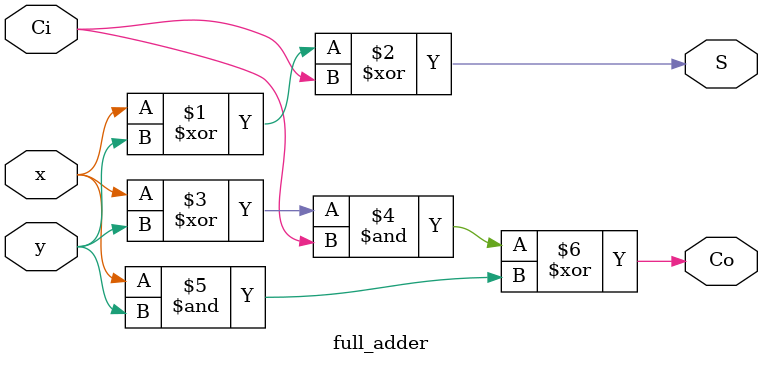
<source format=v>
`timescale 1ns/1ns
module full_adder (
  input       x,
  input       y,
  input       Ci,
  output reg  S,
  output reg  Co
);

  assign S = x ^ y ^ Ci;

  assign Co = ((x ^ y) & Ci) ^ (x & y); 
 
 endmodule 
  

</source>
